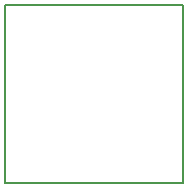
<source format=gbr>
G04 #@! TF.FileFunction,Profile,NP*
%FSLAX46Y46*%
G04 Gerber Fmt 4.6, Leading zero omitted, Abs format (unit mm)*
G04 Created by KiCad (PCBNEW 4.0.3-stable) date 10/16/17 21:17:04*
%MOMM*%
%LPD*%
G01*
G04 APERTURE LIST*
%ADD10C,0.100000*%
%ADD11C,0.150000*%
G04 APERTURE END LIST*
D10*
D11*
X141500000Y-97700000D02*
X156500000Y-97700000D01*
X141500000Y-112700000D02*
X141500000Y-97700000D01*
X141900000Y-112700000D02*
X141500000Y-112700000D01*
X156500000Y-112700000D02*
X156500000Y-97700000D01*
X155000000Y-112700000D02*
X156500000Y-112700000D01*
X153100000Y-112700000D02*
X141900000Y-112700000D01*
X153100000Y-112700000D02*
X155000000Y-112700000D01*
M02*

</source>
